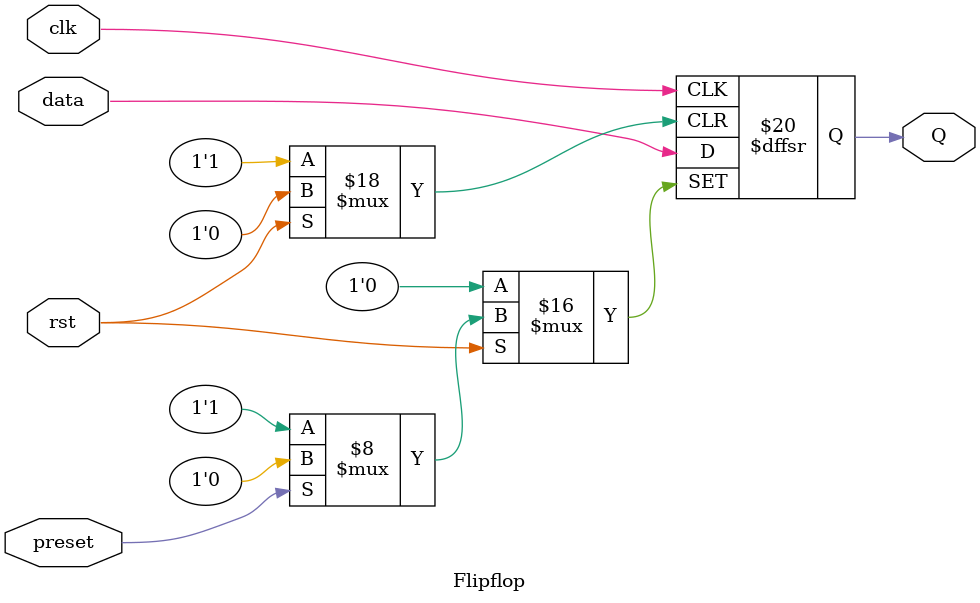
<source format=v>
module Flipflop(data,preset,clk,rst,Q);
input preset,data,clk,rst;
output reg Q;

//ASIGNACIONES
always@(posedge clk or negedge preset or negedge rst)
begin	
	Q<=data;
	if(~rst)
		Q<=0;
	else if(~preset)
		Q<=1;
	else
		Q<=data;
end
endmodule

</source>
